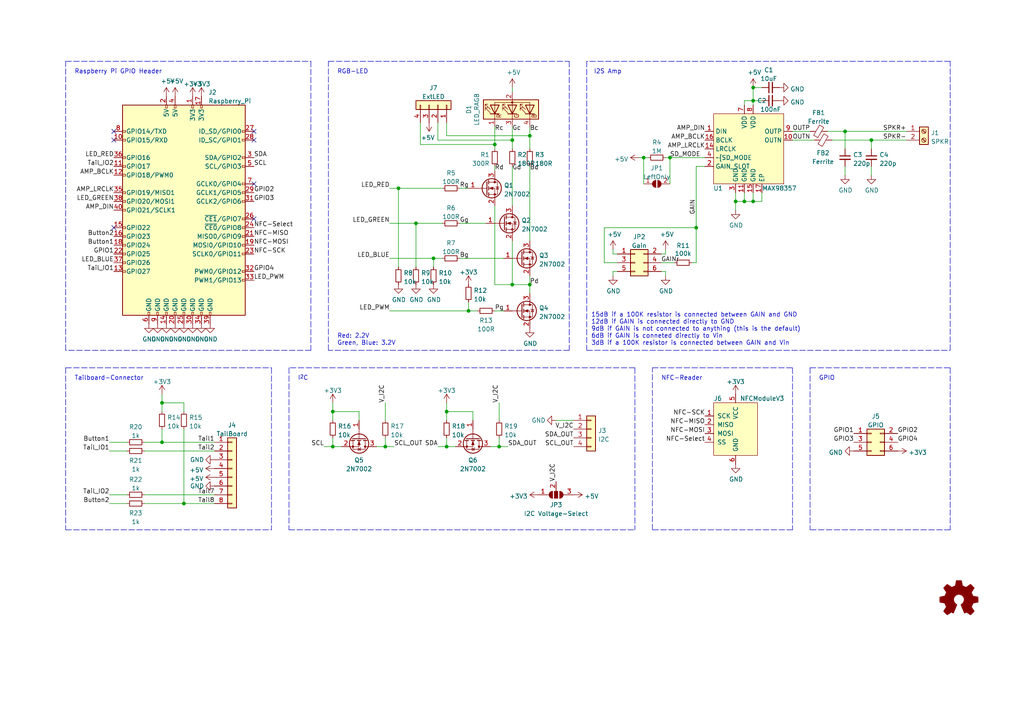
<source format=kicad_sch>
(kicad_sch (version 20211123) (generator eeschema)
  (paper "A4")
  (title_block (title "BloopBox Mainboard") (date "2022-12-01") (rev "1.0") (company "Qetesh"))
  (lib_symbols
    (symbol "Connector:Raspberry_Pi_2_3" (pin_names (offset 1.016))
      (property "Reference" "J" (at -17.78 31.75 0))
      (property "Value" "Raspberry_Pi_2_3" (at 10.16 -31.75 0))
      (symbol "Raspberry_Pi_2_3_1_1"
        (pin power_in line (at 2.54 33.02 270) (length 2.54) (name "3V3") (number "1"))
        (pin bidirectional line (at -20.32 20.32 0) (length 2.54) (name "GPIO15/RXD") (number "10"))
        (pin bidirectional line (at -20.32 12.7 0) (length 2.54) (name "GPIO17") (number "11"))
        (pin bidirectional line (at -20.32 10.16 0) (length 2.54) (name "GPIO18/PWM0") (number "12"))
        (pin bidirectional line (at -20.32 -17.78 0) (length 2.54) (name "GPIO27") (number "13"))
        (pin power_in line (at -5.08 -33.02 90) (length 2.54) (name "GND") (number "14"))
        (pin bidirectional line (at -20.32 -5.08 0) (length 2.54) (name "GPIO22") (number "15"))
        (pin bidirectional line (at -20.32 -7.62 0) (length 2.54) (name "GPIO23") (number "16"))
        (pin power_in line (at 5.08 33.02 270) (length 2.54) (name "3V3") (number "17"))
        (pin bidirectional line (at -20.32 -10.16 0) (length 2.54) (name "GPIO24") (number "18"))
        (pin bidirectional line (at 20.32 -10.16 180) (length 2.54) (name "MOSI0/GPIO10") (number "19"))
        (pin power_in line (at -5.08 33.02 270) (length 2.54) (name "5V") (number "2"))
        (pin power_in line (at -2.54 -33.02 90) (length 2.54) (name "GND") (number "20"))
        (pin bidirectional line (at 20.32 -7.62 180) (length 2.54) (name "MISO0/GPIO9") (number "21"))
        (pin bidirectional line (at -20.32 -12.7 0) (length 2.54) (name "GPIO25") (number "22"))
        (pin bidirectional line (at 20.32 -12.7 180) (length 2.54) (name "SCLK0/GPIO11") (number "23"))
        (pin bidirectional line (at 20.32 -5.08 180) (length 2.54) (name "~{CE0}/GPIO8") (number "24"))
        (pin power_in line (at 0 -33.02 90) (length 2.54) (name "GND") (number "25"))
        (pin bidirectional line (at 20.32 -2.54 180) (length 2.54) (name "~{CE1}/GPIO7") (number "26"))
        (pin bidirectional line (at 20.32 22.86 180) (length 2.54) (name "ID_SD/GPIO0") (number "27"))
        (pin bidirectional line (at 20.32 20.32 180) (length 2.54) (name "ID_SC/GPIO1") (number "28"))
        (pin bidirectional line (at 20.32 5.08 180) (length 2.54) (name "GCLK1/GPIO5") (number "29"))
        (pin bidirectional line (at 20.32 15.24 180) (length 2.54) (name "SDA/GPIO2") (number "3"))
        (pin power_in line (at 2.54 -33.02 90) (length 2.54) (name "GND") (number "30"))
        (pin bidirectional line (at 20.32 2.54 180) (length 2.54) (name "GCLK2/GPIO6") (number "31"))
        (pin bidirectional line (at 20.32 -17.78 180) (length 2.54) (name "PWM0/GPIO12") (number "32"))
        (pin bidirectional line (at 20.32 -20.32 180) (length 2.54) (name "PWM1/GPIO13") (number "33"))
        (pin power_in line (at 5.08 -33.02 90) (length 2.54) (name "GND") (number "34"))
        (pin bidirectional line (at -20.32 5.08 0) (length 2.54) (name "GPIO19/MISO1") (number "35"))
        (pin bidirectional line (at -20.32 15.24 0) (length 2.54) (name "GPIO16") (number "36"))
        (pin bidirectional line (at -20.32 -15.24 0) (length 2.54) (name "GPIO26") (number "37"))
        (pin bidirectional line (at -20.32 2.54 0) (length 2.54) (name "GPIO20/MOSI1") (number "38"))
        (pin power_in line (at 7.62 -33.02 90) (length 2.54) (name "GND") (number "39"))
        (pin power_in line (at -2.54 33.02 270) (length 2.54) (name "5V") (number "4"))
        (pin bidirectional line (at -20.32 0 0) (length 2.54) (name "GPIO21/SCLK1") (number "40"))
        (pin bidirectional line (at 20.32 12.7 180) (length 2.54) (name "SCL/GPIO3") (number "5"))
        (pin power_in line (at -10.16 -33.02 90) (length 2.54) (name "GND") (number "6"))
        (pin bidirectional line (at 20.32 7.62 180) (length 2.54) (name "GCLK0/GPIO4") (number "7"))
        (pin bidirectional line (at -20.32 22.86 0) (length 2.54) (name "GPIO14/TXD") (number "8"))
        (pin power_in line (at -7.62 -33.02 90) (length 2.54) (name "GND") (number "9"))
      )
    )
    (symbol "Connector:Screw_Terminal_01x02" (pin_names (offset 1.016) hide)
      (property "Reference" "J" (at 0 2.54 0))
      (property "Value" "Screw_Terminal_01x02" (at 0 -5.08 0))
      (symbol "Screw_Terminal_01x02_1_1"
        (pin passive line (at -5.08 0 0) (length 3.81) (name "Pin_1") (number "1"))
        (pin passive line (at -5.08 -2.54 0) (length 3.81) (name "Pin_2") (number "2"))
      )
    )
    (symbol "Connector_Generic:Conn_01x04" (pin_names (offset 1.016) hide)
      (property "Reference" "J" (at 0 5.08 0))
      (property "Value" "Conn_01x04" (at 0 -7.62 0))
      (symbol "Conn_01x04_1_1"
        (pin passive line (at -5.08 2.54 0) (length 3.81) (name "Pin_1") (number "1"))
        (pin passive line (at -5.08 0 0) (length 3.81) (name "Pin_2") (number "2"))
        (pin passive line (at -5.08 -2.54 0) (length 3.81) (name "Pin_3") (number "3"))
        (pin passive line (at -5.08 -5.08 0) (length 3.81) (name "Pin_4") (number "4"))
      )
    )
    (symbol "Connector_Generic:Conn_01x08" (pin_names (offset 1.016) hide)
      (property "Reference" "J" (at 0 10.16 0))
      (property "Value" "Conn_01x08" (at 0 -12.7 0))
      (symbol "Conn_01x08_1_1"
        (pin passive line (at -5.08 7.62 0) (length 3.81) (name "Pin_1") (number "1"))
        (pin passive line (at -5.08 5.08 0) (length 3.81) (name "Pin_2") (number "2"))
        (pin passive line (at -5.08 2.54 0) (length 3.81) (name "Pin_3") (number "3"))
        (pin passive line (at -5.08 0 0) (length 3.81) (name "Pin_4") (number "4"))
        (pin passive line (at -5.08 -2.54 0) (length 3.81) (name "Pin_5") (number "5"))
        (pin passive line (at -5.08 -5.08 0) (length 3.81) (name "Pin_6") (number "6"))
        (pin passive line (at -5.08 -7.62 0) (length 3.81) (name "Pin_7") (number "7"))
        (pin passive line (at -5.08 -10.16 0) (length 3.81) (name "Pin_8") (number "8"))
      )
    )
    (symbol "Connector_Generic:Conn_02x03_Odd_Even" (pin_names (offset 1.016) hide)
      (property "Reference" "J" (at 1.27 5.08 0))
      (property "Value" "Conn_02x03_Odd_Even" (at 1.27 -5.08 0))
      (symbol "Conn_02x03_Odd_Even_1_1"
        (pin passive line (at -5.08 2.54 0) (length 3.81) (name "Pin_1") (number "1"))
        (pin passive line (at 7.62 2.54 180) (length 3.81) (name "Pin_2") (number "2"))
        (pin passive line (at -5.08 0 0) (length 3.81) (name "Pin_3") (number "3"))
        (pin passive line (at 7.62 0 180) (length 3.81) (name "Pin_4") (number "4"))
        (pin passive line (at -5.08 -2.54 0) (length 3.81) (name "Pin_5") (number "5"))
        (pin passive line (at 7.62 -2.54 180) (length 3.81) (name "Pin_6") (number "6"))
      )
    )
    (symbol "Device:C_Small" (pin_numbers hide) (pin_names (offset 0.254) hide)
      (property "Reference" "C" (at 0.254 1.778 0))
      (property "Value" "C_Small" (at 0.254 -2.032 0))
      (symbol "C_Small_1_1"
        (pin passive line (at 0 2.54 270) (length 2.032) (name "~") (number "1"))
        (pin passive line (at 0 -2.54 90) (length 2.032) (name "~") (number "2"))
      )
    )
    (symbol "Device:FerriteBead_Small" (pin_numbers hide) (pin_names (offset 0))
      (property "Reference" "FB" (at 1.905 1.27 0))
      (property "Value" "FerriteBead_Small" (at 1.905 -1.27 0))
      (symbol "FerriteBead_Small_1_1"
        (pin passive line (at 0 2.54 270) (length 1.27) (name "~") (number "1"))
        (pin passive line (at 0 -2.54 90) (length 1.27) (name "~") (number "2"))
      )
    )
    (symbol "Device:LED_RAGB" (pin_names (offset 0) hide)
      (property "Reference" "D" (at 0 9.398 0))
      (property "Value" "LED_RAGB" (at 0 -8.89 0))
      (symbol "LED_RAGB_0_0"
        (text "B" (at -1.905 -6.35 0) (effects (font (size 1.27 1.27))))
        (text "G" (at -1.905 -1.27 0) (effects (font (size 1.27 1.27))))
        (text "R" (at -1.905 3.81 0) (effects (font (size 1.27 1.27))))
      )
      (symbol "LED_RAGB_1_1"
        (pin passive line (at -5.08 5.08 0) (length 2.54) (name "RK") (number "1"))
        (pin passive line (at 5.08 0 180) (length 2.54) (name "A") (number "2"))
        (pin passive line (at -5.08 0 0) (length 2.54) (name "GK") (number "3"))
        (pin passive line (at -5.08 -5.08 0) (length 2.54) (name "BK") (number "4"))
      )
    )
    (symbol "Device:R_Small" (pin_numbers hide) (pin_names (offset 0.254) hide)
      (property "Reference" "R" (at 0.762 0.508 0))
      (property "Value" "R_Small" (at 0.762 -1.016 0))
      (symbol "R_Small_1_1"
        (pin passive line (at 0 2.54 270) (length 0.762) (name "~") (number "1"))
        (pin passive line (at 0 -2.54 90) (length 0.762) (name "~") (number "2"))
      )
    )
    (symbol "Graphic:Logo_Open_Hardware_Small" (pin_names (offset 1.016)))
    (symbol "Jumper:SolderJumper_2_Open" (pin_names (offset 0) hide)
      (property "Reference" "JP" (at 0 2.032 0))
      (property "Value" "SolderJumper_2_Open" (at 0 -2.54 0))
      (symbol "SolderJumper_2_Open_1_1"
        (pin passive line (at -3.81 0 0) (length 2.54) (name "A") (number "1"))
        (pin passive line (at 3.81 0 180) (length 2.54) (name "B") (number "2"))
      )
    )
    (symbol "Jumper:SolderJumper_3_Open" (pin_names (offset 0) hide)
      (property "Reference" "JP" (at -2.54 -2.54 0))
      (property "Value" "SolderJumper_3_Open" (at 0 2.794 0))
      (symbol "SolderJumper_3_Open_1_1"
        (pin passive line (at -5.08 0 0) (length 2.54) (name "A") (number "1"))
        (pin passive line (at 0 -3.81 90) (length 2.54) (name "C") (number "2"))
        (pin passive line (at 5.08 0 180) (length 2.54) (name "B") (number "3"))
      )
    )
    (symbol "My_Symbols:MAX98357"
      (property "Reference" "U" (at 0 0 0))
      (property "Value" "MAX98357" (at 0 0 0))
      (symbol "MAX98357_1_1"
        (pin input line (at -12.7 -8.89 0) (length 2.54) (name "DIN") (number "1"))
        (pin output line (at 12.7 -11.43 180) (length 2.54) (name "OUTN") (number "10"))
        (pin power_in line (at -1.27 -26.67 90) (length 2.54) (name "GND") (number "11"))
        (pin no_connect line (at 12.7 -19.05 180) (length 2.54) hide (name "N/C") (number "12"))
        (pin no_connect line (at 12.7 -21.59 180) (length 2.54) hide (name "N/C") (number "13"))
        (pin input line (at -12.7 -13.97 0) (length 2.54) (name "LRCLK") (number "14"))
        (pin power_in line (at 1.27 -26.67 90) (length 2.54) (name "GND") (number "15"))
        (pin input line (at -12.7 -11.43 0) (length 2.54) (name "BCLK") (number "16"))
        (pin free line (at 3.81 -26.67 90) (length 2.54) (name "EP") (number "17"))
        (pin input line (at -12.7 -19.05 0) (length 2.54) (name "GAIN_SLOT") (number "2"))
        (pin power_in line (at -3.81 -26.67 90) (length 2.54) (name "GND") (number "3"))
        (pin input line (at -12.7 -16.51 0) (length 2.54) (name "~{SD_MODE") (number "4"))
        (pin no_connect line (at 12.7 -13.97 180) (length 2.54) hide (name "N/C") (number "5"))
        (pin no_connect line (at 12.7 -16.51 180) (length 2.54) hide (name "N/C") (number "6"))
        (pin power_in line (at -1.27 -1.27 270) (length 2.54) (name "VDD") (number "7"))
        (pin power_in line (at 1.27 -1.27 270) (length 2.54) (name "VDD") (number "8"))
        (pin output line (at 12.7 -8.89 180) (length 2.54) (name "OUTP") (number "9"))
      )
    )
    (symbol "My_Symbols:NFCModuleV3-RF_Module" (pin_names (offset 1.016))
      (property "Reference" "U2" (at -6.35 -1.27 0))
      (property "Value" "NFCModuleV3-RF_Module" (at 1.27 -1.27 0))
      (symbol "NFCModuleV3-RF_Module_1_1"
        (pin input line (at -8.89 -6.35 0) (length 2.54) (name "SCK") (number "1"))
        (pin output line (at -8.89 -8.89 0) (length 2.54) (name "MISO") (number "2"))
        (pin input line (at -8.89 -11.43 0) (length 2.54) (name "MOSI") (number "3"))
        (pin input line (at -8.89 -13.97 0) (length 2.54) (name "SS") (number "4"))
        (pin input line (at 0 0 270) (length 2.54) (name "VCC") (number "5"))
        (pin input line (at 0 -20.32 90) (length 2.54) (name "GND") (number "6"))
      )
    )
    (symbol "Transistor_FET:2N7002" (pin_names hide)
      (property "Reference" "Q" (at 5.08 1.905 0))
      (property "Value" "2N7002" (at 5.08 0 0))
      (symbol "2N7002_1_1"
        (pin input line (at -5.08 0 0) (length 2.54) (name "G") (number "1"))
        (pin passive line (at 2.54 -5.08 90) (length 2.54) (name "S") (number "2"))
        (pin passive line (at 2.54 5.08 270) (length 2.54) (name "D") (number "3"))
      )
    )
    (symbol "power:+3V3" (power) (pin_names (offset 0))
      (property "Value" "+3V3" (at 0 3.556 0))
      (symbol "+3V3_1_1"
        (pin power_in line (at 0 0 90) (length 0) hide (name "+3V3") (number "1"))
      )
    )
    (symbol "power:+5V" (power) (pin_names (offset 0))
      (property "Value" "+5V" (at 0 3.556 0))
      (symbol "+5V_1_1"
        (pin power_in line (at 0 0 90) (length 0) hide (name "+5V") (number "1"))
      )
    )
    (symbol "power:GND" (power) (pin_names (offset 0))
      (property "Value" "GND" (at 0 -3.81 0))
      (symbol "GND_1_1"
        (pin power_in line (at 0 0 270) (length 0) hide (name "GND") (number "1"))
      )
    )
    (symbol "power:PWR_FLAG" (power) (pin_numbers hide) (pin_names (offset 0) hide)
      (property "Value" "PWR_FLAG" (at 0 3.81 0))
      (symbol "PWR_FLAG_0_0"
        (pin power_out line (at 0 0 90) (length 0) (name "pwr") (number "1"))
      )
    )
  )
  (junction (at 218.44 25.4))
  (junction (at 215.9 58.42))
  (junction (at 46.99 116.84))
  (junction (at 218.44 58.42))
  (junction (at 96.52 129.54))
  (junction (at 129.54 129.54))
  (junction (at 115.57 54.61))
  (junction (at 129.54 119.38))
  (junction (at 135.89 90.17))
  (junction (at 245.11 38.1))
  (junction (at 96.52 119.38))
  (junction (at 218.44 29.21))
  (junction (at 53.34 146.05))
  (junction (at 153.67 39.37))
  (junction (at 148.59 82.55))
  (junction (at 186.69 45.72))
  (junction (at 148.59 40.64))
  (junction (at 125.73 74.93))
  (junction (at 213.36 58.42))
  (junction (at 143.51 41.91))
  (junction (at 252.73 40.64))
  (junction (at 144.78 129.54))
  (junction (at 201.93 66.04))
  (junction (at 111.76 129.54))
  (junction (at 194.31 45.72))
  (junction (at 153.67 82.55))
  (junction (at 46.99 128.27))
  (junction (at 120.65 64.77))
  (no_connect (at 33.02 66.04))
  (no_connect (at 73.66 63.5))
  (no_connect (at 73.66 53.34))
  (no_connect (at 33.02 38.1))
  (no_connect (at 33.02 40.64))
  (no_connect (at 73.66 40.64))
  (no_connect (at 73.66 38.1))
  (polyline (pts (xy 189.23 153.67) (xy 189.23 106.68)))
  (polyline (pts (xy 229.87 153.67) (xy 189.23 153.67)))
  (polyline (pts (xy 229.87 106.68) (xy 229.87 153.67)))
  (wire (pts (xy 46.99 114.3) (xy 46.99 116.84)))
  (polyline (pts (xy 95.25 17.78) (xy 165.1 17.78)))
  (polyline (pts (xy 275.59 17.78) (xy 170.18 17.78)))
  (wire (pts (xy 175.26 76.2) (xy 175.26 66.04)))
  (wire (pts (xy 218.44 29.21) (xy 218.44 30.48)))
  (wire (pts (xy 148.59 69.85) (xy 148.59 82.55)))
  (polyline (pts (xy 189.23 106.68) (xy 229.87 106.68)))
  (wire (pts (xy 218.44 55.88) (xy 218.44 58.42)))
  (wire (pts (xy 191.77 73.66) (xy 193.04 73.66)))
  (wire (pts (xy 111.76 129.54) (xy 114.3 129.54)))
  (wire (pts (xy 133.35 64.77) (xy 140.97 64.77)))
  (wire (pts (xy 129.54 35.56) (xy 129.54 39.37)))
  (wire (pts (xy 213.36 55.88) (xy 213.36 58.42)))
  (wire (pts (xy 252.73 48.26) (xy 252.73 50.8)))
  (wire (pts (xy 179.07 73.66) (xy 177.8 73.66)))
  (wire (pts (xy 127 35.56) (xy 127 40.64)))
  (wire (pts (xy 143.51 82.55) (xy 148.59 82.55)))
  (wire (pts (xy 41.91 130.81) (xy 62.23 130.81)))
  (polyline (pts (xy 170.18 101.6) (xy 275.59 101.6)))
  (wire (pts (xy 148.59 40.64) (xy 148.59 43.18)))
  (wire (pts (xy 46.99 128.27) (xy 62.23 128.27)))
  (wire (pts (xy 215.9 29.21) (xy 218.44 29.21)))
  (wire (pts (xy 215.9 30.48) (xy 215.9 29.21)))
  (wire (pts (xy 201.93 66.04) (xy 201.93 76.2)))
  (wire (pts (xy 252.73 40.64) (xy 262.89 40.64)))
  (wire (pts (xy 113.03 74.93) (xy 125.73 74.93)))
  (wire (pts (xy 185.42 45.72) (xy 186.69 45.72)))
  (wire (pts (xy 120.65 64.77) (xy 128.27 64.77)))
  (wire (pts (xy 220.98 58.42) (xy 220.98 55.88)))
  (wire (pts (xy 148.59 25.4) (xy 148.59 26.67)))
  (wire (pts (xy 144.78 129.54) (xy 147.32 129.54)))
  (polyline (pts (xy 165.1 101.6) (xy 95.25 101.6)))
  (wire (pts (xy 53.34 119.38) (xy 53.34 116.84)))
  (wire (pts (xy 138.43 90.17) (xy 135.89 90.17)))
  (wire (pts (xy 113.03 54.61) (xy 115.57 54.61)))
  (wire (pts (xy 229.87 38.1) (xy 234.95 38.1)))
  (wire (pts (xy 111.76 116.84) (xy 111.76 121.92)))
  (polyline (pts (xy 165.1 17.78) (xy 165.1 101.6)))
  (wire (pts (xy 115.57 54.61) (xy 128.27 54.61)))
  (wire (pts (xy 133.35 74.93) (xy 146.05 74.93)))
  (wire (pts (xy 111.76 129.54) (xy 111.76 127)))
  (wire (pts (xy 144.78 116.84) (xy 144.78 121.92)))
  (wire (pts (xy 252.73 40.64) (xy 252.73 43.18)))
  (wire (pts (xy 53.34 116.84) (xy 46.99 116.84)))
  (polyline (pts (xy 90.17 17.78) (xy 90.17 101.6)))
  (polyline (pts (xy 19.05 153.67) (xy 78.74 153.67)))
  (wire (pts (xy 186.69 45.72) (xy 187.96 45.72)))
  (wire (pts (xy 241.3 40.64) (xy 252.73 40.64)))
  (wire (pts (xy 245.11 38.1) (xy 245.11 43.18)))
  (wire (pts (xy 132.08 129.54) (xy 129.54 129.54)))
  (wire (pts (xy 144.78 129.54) (xy 144.78 127)))
  (wire (pts (xy 143.51 59.69) (xy 143.51 82.55)))
  (wire (pts (xy 113.03 90.17) (xy 135.89 90.17)))
  (wire (pts (xy 143.51 41.91) (xy 143.51 36.83)))
  (polyline (pts (xy 19.05 17.78) (xy 90.17 17.78)))
  (wire (pts (xy 121.92 35.56) (xy 121.92 41.91)))
  (wire (pts (xy 104.14 119.38) (xy 96.52 119.38)))
  (wire (pts (xy 137.16 121.92) (xy 137.16 119.38)))
  (wire (pts (xy 175.26 66.04) (xy 201.93 66.04)))
  (wire (pts (xy 137.16 119.38) (xy 129.54 119.38)))
  (polyline (pts (xy 78.74 106.68) (xy 78.74 153.67)))
  (wire (pts (xy 96.52 119.38) (xy 96.52 121.92)))
  (wire (pts (xy 143.51 43.18) (xy 143.51 41.91)))
  (polyline (pts (xy 275.59 101.6) (xy 275.59 17.78)))
  (wire (pts (xy 177.8 78.74) (xy 177.8 80.01)))
  (polyline (pts (xy 95.25 101.6) (xy 95.25 17.78)))
  (wire (pts (xy 193.04 45.72) (xy 194.31 45.72)))
  (wire (pts (xy 229.87 40.64) (xy 236.22 40.64)))
  (polyline (pts (xy 275.59 153.67) (xy 234.95 153.67)))
  (wire (pts (xy 109.22 129.54) (xy 111.76 129.54)))
  (polyline (pts (xy 184.15 106.68) (xy 83.82 106.68)))
  (polyline (pts (xy 90.17 101.6) (xy 19.05 101.6)))
  (wire (pts (xy 127 40.64) (xy 148.59 40.64)))
  (wire (pts (xy 194.31 53.34) (xy 194.31 45.72)))
  (wire (pts (xy 201.93 48.26) (xy 201.93 66.04)))
  (wire (pts (xy 31.75 130.81) (xy 36.83 130.81)))
  (wire (pts (xy 193.04 78.74) (xy 193.04 80.01)))
  (wire (pts (xy 113.03 64.77) (xy 120.65 64.77)))
  (polyline (pts (xy 234.95 106.68) (xy 275.59 106.68)))
  (wire (pts (xy 201.93 48.26) (xy 204.47 48.26)))
  (wire (pts (xy 135.89 90.17) (xy 135.89 87.63)))
  (wire (pts (xy 153.67 82.55) (xy 153.67 85.09)))
  (wire (pts (xy 245.11 48.26) (xy 245.11 50.8)))
  (wire (pts (xy 125.73 77.47) (xy 125.73 74.93)))
  (wire (pts (xy 186.69 45.72) (xy 186.69 53.34)))
  (wire (pts (xy 46.99 116.84) (xy 46.99 119.38)))
  (wire (pts (xy 41.91 128.27) (xy 46.99 128.27)))
  (wire (pts (xy 153.67 48.26) (xy 153.67 69.85)))
  (wire (pts (xy 161.29 121.92) (xy 166.37 121.92)))
  (wire (pts (xy 218.44 25.4) (xy 218.44 29.21)))
  (wire (pts (xy 148.59 82.55) (xy 153.67 82.55)))
  (wire (pts (xy 240.03 38.1) (xy 245.11 38.1)))
  (wire (pts (xy 193.04 73.66) (xy 193.04 72.39)))
  (wire (pts (xy 41.91 143.51) (xy 62.23 143.51)))
  (wire (pts (xy 129.54 39.37) (xy 153.67 39.37)))
  (wire (pts (xy 153.67 80.01) (xy 153.67 82.55)))
  (wire (pts (xy 93.98 129.54) (xy 96.52 129.54)))
  (polyline (pts (xy 83.82 153.67) (xy 184.15 153.67)))
  (polyline (pts (xy 19.05 106.68) (xy 78.74 106.68)))
  (wire (pts (xy 31.75 143.51) (xy 36.83 143.51)))
  (wire (pts (xy 129.54 129.54) (xy 129.54 127)))
  (wire (pts (xy 177.8 73.66) (xy 177.8 72.39)))
  (wire (pts (xy 148.59 36.83) (xy 148.59 40.64)))
  (wire (pts (xy 120.65 77.47) (xy 120.65 64.77)))
  (polyline (pts (xy 170.18 17.78) (xy 170.18 101.6)))
  (wire (pts (xy 218.44 29.21) (xy 220.98 29.21)))
  (wire (pts (xy 218.44 25.4) (xy 220.98 25.4)))
  (wire (pts (xy 153.67 39.37) (xy 153.67 43.18)))
  (polyline (pts (xy 19.05 106.68) (xy 19.05 153.67)))
  (wire (pts (xy 31.75 146.05) (xy 36.83 146.05)))
  (wire (pts (xy 125.73 74.93) (xy 128.27 74.93)))
  (wire (pts (xy 213.36 58.42) (xy 213.36 60.96)))
  (wire (pts (xy 218.44 58.42) (xy 220.98 58.42)))
  (wire (pts (xy 129.54 116.84) (xy 129.54 119.38)))
  (wire (pts (xy 46.99 124.46) (xy 46.99 128.27)))
  (wire (pts (xy 143.51 90.17) (xy 146.05 90.17)))
  (wire (pts (xy 53.34 124.46) (xy 53.34 146.05)))
  (wire (pts (xy 191.77 76.2) (xy 195.58 76.2)))
  (wire (pts (xy 127 129.54) (xy 129.54 129.54)))
  (polyline (pts (xy 234.95 106.68) (xy 234.95 153.67)))
  (wire (pts (xy 194.31 45.72) (xy 204.47 45.72)))
  (wire (pts (xy 99.06 129.54) (xy 96.52 129.54)))
  (wire (pts (xy 133.35 54.61) (xy 135.89 54.61)))
  (wire (pts (xy 104.14 121.92) (xy 104.14 119.38)))
  (polyline (pts (xy 184.15 106.68) (xy 184.15 153.67)))
  (wire (pts (xy 148.59 48.26) (xy 148.59 59.69)))
  (wire (pts (xy 153.67 36.83) (xy 153.67 39.37)))
  (polyline (pts (xy 19.05 101.6) (xy 19.05 17.78)))
  (wire (pts (xy 143.51 48.26) (xy 143.51 49.53)))
  (wire (pts (xy 245.11 38.1) (xy 262.89 38.1)))
  (wire (pts (xy 115.57 77.47) (xy 115.57 54.61)))
  (wire (pts (xy 215.9 58.42) (xy 218.44 58.42)))
  (wire (pts (xy 96.52 129.54) (xy 96.52 127)))
  (wire (pts (xy 41.91 146.05) (xy 53.34 146.05)))
  (polyline (pts (xy 275.59 106.68) (xy 275.59 153.67)))
  (wire (pts (xy 200.66 76.2) (xy 201.93 76.2)))
  (wire (pts (xy 179.07 76.2) (xy 175.26 76.2)))
  (polyline (pts (xy 83.82 106.68) (xy 83.82 153.67)))
  (wire (pts (xy 179.07 78.74) (xy 177.8 78.74)))
  (wire (pts (xy 215.9 55.88) (xy 215.9 58.42)))
  (wire (pts (xy 31.75 128.27) (xy 36.83 128.27)))
  (wire (pts (xy 142.24 129.54) (xy 144.78 129.54)))
  (wire (pts (xy 191.77 78.74) (xy 193.04 78.74)))
  (wire (pts (xy 53.34 146.05) (xy 62.23 146.05)))
  (wire (pts (xy 213.36 58.42) (xy 215.9 58.42)))
  (wire (pts (xy 96.52 116.84) (xy 96.52 119.38)))
  (wire (pts (xy 129.54 119.38) (xy 129.54 121.92)))
  (wire (pts (xy 121.92 41.91) (xy 143.51 41.91)))
  (text "I^{2}C" (at 86.36 110.49 0) (effects (font (size 1.27 1.27)) (justify left bottom)))
  (text "Raspberry Pi GPIO Header" (at 21.59 21.59 0) (effects (font (size 1.27 1.27)) (justify left bottom)))
  (text "GPIO" (at 237.49 110.49 0) (effects (font (size 1.27 1.27)) (justify left bottom)))
  (text "I2S Amp" (at 180.34 21.59 180) (effects (font (size 1.27 1.27)) (justify right bottom)))
  (text "RGB-LED" (at 97.79 21.59 0) (effects (font (size 1.27 1.27)) (justify left bottom)))
  (text "Red: 2.2V\nGreen, Blue: 3.2V" (at 97.79 100.33 0) (effects (font (size 1.27 1.27)) (justify left bottom)))
  (text "Tailboard-Connector" (at 21.59 110.49 0) (effects (font (size 1.27 1.27)) (justify left bottom)))
  (text "15dB if a 100K resistor is connected between GAIN and GND\n12dB if GAIN is connected directly to GND\n9dB if GAIN is not connected to anything (this is the default)\n6dB if GAIN is conneted directly to Vin\n3dB if a 100K resistor is connected between GAIN and Vin\n" (at 171.45 100.33 0) (effects (font (size 1.27 1.27)) (justify left bottom)))
  (text "NFC-Reader" (at 191.77 110.49 0) (effects (font (size 1.27 1.27)) (justify left bottom)))
  (label "Tail_IO1" (at 33.02 78.74 180))
  (label "LED_PWM" (at 73.66 81.28 0))
  (label "GPIO4" (at 260.35 128.27 0))
  (label "SDA" (at 73.66 45.72 0))
  (label "LED_GREEN" (at 33.02 58.42 180))
  (label "GPIO1" (at 247.65 125.73 180))
  (label "NFC-MISO" (at 204.47 123.19 180))
  (label "Bc" (at 153.67 38.1 0))
  (label "Rd" (at 143.51 49.53 0))
  (label "GAINr" (at 191.77 76.2 0))
  (label "NFC-MOSI" (at 204.47 125.73 180))
  (label "GAIN" (at 201.93 62.23 90))
  (label "NFC-MOSI" (at 73.66 71.12 0))
  (label "AMP_DIN" (at 33.02 60.96 180))
  (label "NFC-MISO" (at 73.66 68.58 0))
  (label "Tail_IO2" (at 33.02 48.26 180))
  (label "V_I2C" (at 111.76 116.84 90))
  (label "Tail2" (at 62.23 130.81 180))
  (label "Rc" (at 143.51 38.1 0))
  (label "SCL" (at 93.98 129.54 180))
  (label "SDA_OUT" (at 166.37 127 180))
  (label "SCL" (at 73.66 48.26 0))
  (label "Tail_IO1" (at 31.75 130.81 180))
  (label "LED_PWM" (at 113.03 90.17 180))
  (label "LED_BLUE" (at 33.02 76.2 180))
  (label "Pd" (at 153.67 82.55 0))
  (label "Bg" (at 133.35 74.93 0))
  (label "SCL_OUT" (at 166.37 129.54 180))
  (label "Button1" (at 33.02 71.12 180))
  (label "Button2" (at 33.02 68.58 180))
  (label "GPIO1" (at 33.02 73.66 180))
  (label "AMP_LRCLK" (at 204.47 43.18 180))
  (label "AMP_DIN" (at 204.47 38.1 180))
  (label "NFC-Select" (at 73.66 66.04 0))
  (label "Gg" (at 133.35 64.77 0))
  (label "Button1" (at 31.75 128.27 180))
  (label "SPKR-" (at 262.89 40.64 180))
  (label "GPIO4" (at 73.66 78.74 0))
  (label "NFC-Select" (at 204.47 128.27 180))
  (label "SPKR+" (at 262.89 38.1 180))
  (label "Tail1" (at 62.23 128.27 180))
  (label "LED_GREEN" (at 113.03 64.77 180))
  (label "LED_RED" (at 113.03 54.61 180))
  (label "Tail8" (at 62.23 146.05 180))
  (label "Pg" (at 143.51 90.17 0))
  (label "SDA" (at 127 129.54 180))
  (label "OUTP" (at 229.87 38.1 0))
  (label "NFC-SCK" (at 204.47 120.65 180))
  (label "Gd" (at 148.59 49.53 0))
  (label "AMP_LRCLK" (at 33.02 55.88 180))
  (label "OUTN" (at 229.87 40.64 0))
  (label "AMP_BCLK" (at 204.47 40.64 180))
  (label "AMP_BCLK" (at 33.02 50.8 180))
  (label "V_I2C" (at 144.78 116.84 90))
  (label "Tail_IO2" (at 31.75 143.51 180))
  (label "GPIO2" (at 73.66 55.88 0))
  (label "NFC-SCK" (at 73.66 73.66 0))
  (label "LED_BLUE" (at 113.03 74.93 180))
  (label "SD_MODE" (at 194.31 45.72 0))
  (label "V_I2C" (at 161.29 139.7 90))
  (label "Rg" (at 133.35 54.61 0))
  (label "GPIO2" (at 260.35 125.73 0))
  (label "Tail7" (at 62.23 143.51 180))
  (label "Gc" (at 148.59 38.1 0))
  (label "LED_RED" (at 33.02 45.72 180))
  (label "Bd" (at 153.67 49.53 0))
  (label "SDA_OUT" (at 147.32 129.54 0))
  (label "GPIO3" (at 73.66 58.42 0))
  (label "Button2" (at 31.75 146.05 180))
  (label "V_I2C" (at 166.37 124.46 180))
  (label "GPIO3" (at 247.65 128.27 180))
  (label "SCL_OUT" (at 114.3 129.54 0))
  (symbol (lib_id "Device:R_Small") (at 148.59 45.72 0) (unit 1)
    (property "Reference" "R2" (at 150.0886 44.8853 0) (effects (justify left)))
    (property "Value" "180R" (at 150.0886 47.4222 0) (effects (justify left)))
    (property "Footprint" "Resistor_SMD:R_0603_1608Metric" (effects hide))
    (property "LCSC" "C22828" (effects hide))
  )
  (symbol (lib_id "Jumper:SolderJumper_3_Open") (at 161.29 143.51 0) (mirror x) (unit 1)
    (property "Reference" "JP3" (at 161.29 146.4294 0))
    (property "Value" "I2C Voltage-Select" (at 161.29 148.9663 0))
    (property "Footprint" "Jumper:SolderJumper-3_P1.3mm_Open_RoundedPad1.0x1.5mm" (effects hide))
  )
  (symbol (lib_id "Device:R_Small") (at 135.89 85.09 180) (unit 1)
    (property "Reference" "R12" (at 137.3886 84.2553 0) (effects (justify right)))
    (property "Value" "10k" (at 137.3886 86.7922 0) (effects (justify right)))
    (property "Footprint" "Resistor_SMD:R_0402_1005Metric" (effects hide))
    (property "LCSC" "C25794" (effects hide))
  )
  (symbol (lib_id "Transistor_FET:2N7002") (at 151.13 90.17 0) (unit 1)
    (property "Reference" "Q4" (at 156.337 89.3353 0) (effects (justify left)))
    (property "Value" "2N7002" (at 156.337 91.8722 0) (effects (justify left)))
    (property "Footprint" "Package_TO_SOT_SMD:SOT-23" (effects hide))
    (property "Datasheet" "https://www.onsemi.com/pub/Collateral/NDS7002A-D.PDF" (effects hide))
    (property "LCSC" "C8545" (effects hide))
  )
  (symbol (lib_id "power:+5V") (at 218.44 25.4 0) (unit 1)
    (property "Reference" "#PWR02" (effects hide))
    (property "Value" "+5V" (at 218.821 21.0058 0))
  )
  (symbol (lib_id "Transistor_FET:2N7002") (at 140.97 54.61 0) (unit 1)
    (property "Reference" "Q1" (at 146.177 53.7753 0) (effects (justify left)))
    (property "Value" "2N7002" (at 146.177 56.3122 0) (effects (justify left)))
    (property "Footprint" "Package_TO_SOT_SMD:SOT-23" (effects hide))
    (property "Datasheet" "https://www.onsemi.com/pub/Collateral/NDS7002A-D.PDF" (effects hide))
    (property "LCSC" "C8545" (effects hide))
  )
  (symbol (lib_id "power:GND") (at 247.65 130.81 270) (unit 1)
    (property "Reference" "#PWR033" (effects hide))
    (property "Value" "GND" (at 244.4751 131.2438 90) (effects (justify right)))
  )
  (symbol (lib_id "power:GND") (at 120.65 82.55 0) (unit 1)
    (property "Reference" "#PWR014" (effects hide))
    (property "Value" "GND" (at 120.777 86.9442 0))
  )
  (symbol (lib_id "power:GND") (at 161.29 121.92 270) (unit 1)
    (property "Reference" "#PWR035" (effects hide))
    (property "Value" "GND" (at 156.21 121.92 90))
  )
  (symbol (lib_id "Device:R_Small") (at 125.73 80.01 180) (unit 1)
    (property "Reference" "R10" (at 127.2286 79.1753 0) (effects (justify right)))
    (property "Value" "10k" (at 127.2286 81.7122 0) (effects (justify right)))
    (property "Footprint" "Resistor_SMD:R_0402_1005Metric" (effects hide))
    (property "LCSC" "C25794" (effects hide))
  )
  (symbol (lib_id "Connector:Raspberry_Pi_2_3") (at 53.34 60.96 0) (unit 1)
    (property "Reference" "J2" (at 60.4394 26.7802 0) (effects (justify left)))
    (property "Value" "Raspberry_Pi" (at 60.4394 29.3171 0) (effects (justify left)))
    (property "Footprint" "Module:Raspberry_Pi_Zero_Socketed_THT_FaceDown_MountingHoles" (effects hide))
    (property "Datasheet" "https://www.raspberrypi.org/documentation/hardware/raspberrypi/schematics/rpi_SCH_3bplus_1p0_reduced.pdf" (effects hide))
    (property "LCSC" "C2977589" (effects hide))
  )
  (symbol (lib_id "Device:R_Small") (at 115.57 80.01 180) (unit 1)
    (property "Reference" "R8" (at 117.0686 79.1753 0) (effects (justify right)))
    (property "Value" "10k" (at 117.0686 81.7122 0) (effects (justify right)))
    (property "Footprint" "Resistor_SMD:R_0402_1005Metric" (effects hide))
    (property "LCSC" "C25794" (effects hide))
  )
  (symbol (lib_id "power:GND") (at 50.8 93.98 0) (unit 1)
    (property "Reference" "#PWR023" (effects hide))
    (property "Value" "GND" (at 50.927 98.3742 0))
  )
  (symbol (lib_id "Device:FerriteBead_Small") (at 238.76 40.64 90) (unit 1)
    (property "Reference" "FB2" (at 238.7219 44.3722 90))
    (property "Value" "Ferrite" (at 238.7219 46.9091 90))
    (property "Footprint" "Inductor_SMD:L_0805_2012Metric" (effects hide))
    (property "LCSC" "C1015" (effects hide))
  )
  (symbol (lib_id "power:GND") (at 58.42 93.98 0) (unit 1)
    (property "Reference" "#PWR026" (effects hide))
    (property "Value" "GND" (at 58.547 98.3742 0))
  )
  (symbol (lib_id "Device:R_Small") (at 129.54 124.46 180) (unit 1)
    (property "Reference" "R18" (at 131.0386 123.6253 0) (effects (justify right)))
    (property "Value" "10k" (at 131.0386 126.1622 0) (effects (justify right)))
    (property "Footprint" "Resistor_SMD:R_0402_1005Metric" (effects hide))
    (property "LCSC" "C25794" (effects hide))
  )
  (symbol (lib_id "power:GND") (at 62.23 140.97 270) (unit 1)
    (property "Reference" "#PWR034" (effects hide))
    (property "Value" "GND" (at 57.15 140.97 90))
  )
  (symbol (lib_id "power:+3V3") (at -21.59 182.88 0) (unit 1)
    (property "Reference" "#PWR0113" (effects hide))
    (property "Value" "+3V3" (at -21.59 179.3042 0))
  )
  (symbol (lib_id "Device:R_Small") (at 144.78 124.46 180) (unit 1)
    (property "Reference" "R19" (at 146.2786 123.6253 0) (effects (justify right)))
    (property "Value" "10k" (at 146.2786 126.1622 0) (effects (justify right)))
    (property "Footprint" "Resistor_SMD:R_0402_1005Metric" (effects hide))
    (property "LCSC" "C25794" (effects hide))
  )
  (symbol (lib_id "Connector_Generic:Conn_01x04") (at 127 30.48 270) (mirror x) (unit 1)
    (property "Reference" "J7" (at 125.73 25.5102 90))
    (property "Value" "ExtLED" (at 125.73 28.0471 90))
    (property "Footprint" "Connector_JST:JST_PH_S4B-PH-K_1x04_P2.00mm_Horizontal" (effects hide))
  )
  (symbol (lib_id "power:GND") (at 60.96 93.98 0) (unit 1)
    (property "Reference" "#PWR027" (effects hide))
    (property "Value" "GND" (at 61.087 98.3742 0))
  )
  (symbol (lib_id "power:GND") (at 115.57 82.55 0) (unit 1)
    (property "Reference" "#PWR013" (effects hide))
    (property "Value" "GND" (at 115.697 86.9442 0))
  )
  (symbol (lib_id "power:GND") (at 193.04 80.01 0) (unit 1)
    (property "Reference" "#PWR018" (effects hide))
    (property "Value" "GND" (at 193.167 84.4042 0))
  )
  (symbol (lib_id "Connector_Generic:Conn_01x08") (at 67.31 135.89 0) (unit 1)
    (property "Reference" "J4" (at 67.31 123.3002 0))
    (property "Value" "TailBoard" (at 67.31 125.8371 0))
    (property "Footprint" "Connector_JST:JST_PH_S8B-PH-K_1x08_P2.00mm_Horizontal" (effects hide))
    (property "LCSC" "C722793" (effects hide))
  )
  (symbol (lib_id "power:GND") (at 153.67 95.25 0) (unit 1)
    (property "Reference" "#PWR019" (effects hide))
    (property "Value" "GND" (at 153.797 99.6442 0))
  )
  (symbol (lib_id "Connector_Generic:Conn_02x03_Odd_Even") (at 252.73 128.27 0) (unit 1)
    (property "Reference" "J5" (at 254 120.7602 0))
    (property "Value" "GPIO" (at 254 123.2971 0))
    (property "Footprint" "Connector_PinHeader_2.54mm:PinHeader_2x03_P2.54mm_Horizontal" (effects hide))
  )
  (symbol (lib_id "Device:C_Small") (at 245.11 45.72 0) (unit 1)
    (property "Reference" "C3" (at 247.4341 44.8916 0) (effects (justify left)))
    (property "Value" "220p" (at 247.4341 47.4285 0) (effects (justify left)))
    (property "Footprint" "Capacitor_SMD:C_0402_1005Metric" (effects hide))
    (property "LCSC" "C1530" (effects hide))
  )
  (symbol (lib_id "Device:C_Small") (at 223.52 25.4 90) (unit 1)
    (property "Reference" "C1" (at 222.9739 20.3032 90))
    (property "Value" "10uF" (at 222.9739 22.8401 90))
    (property "Footprint" "Capacitor_SMD:C_0805_2012Metric" (effects hide))
    (property "LCSC" "C15850" (effects hide))
  )
  (symbol (lib_id "Device:R_Small") (at 39.37 146.05 90) (unit 1)
    (property "Reference" "R23" (at 39.37 148.817 90))
    (property "Value" "1k" (at 39.37 151.3539 90))
    (property "Footprint" "Resistor_SMD:R_0402_1005Metric" (effects hide))
  )
  (symbol (lib_id "Transistor_FET:2N7002") (at 104.14 127 270) (unit 1)
    (property "Reference" "Q5" (at 104.14 133.4754 90))
    (property "Value" "2N7002" (at 104.14 136.0123 90))
    (property "Footprint" "Package_TO_SOT_SMD:SOT-23" (effects hide))
    (property "Datasheet" "https://www.onsemi.com/pub/Collateral/NDS7002A-D.PDF" (effects hide))
    (property "LCSC" "C8545" (effects hide))
  )
  (symbol (lib_id "Device:R_Small") (at 39.37 130.81 90) (unit 1)
    (property "Reference" "R21" (at 39.37 133.577 90))
    (property "Value" "1k" (at 39.37 136.1139 90))
    (property "Footprint" "Resistor_SMD:R_0402_1005Metric" (effects hide))
  )
  (symbol (lib_id "Device:R_Small") (at 130.81 64.77 270) (unit 1)
    (property "Reference" "R6" (at 130.81 60.3336 90))
    (property "Value" "100R" (at 130.81 62.8705 90))
    (property "Footprint" "Resistor_SMD:R_0402_1005Metric" (effects hide))
    (property "LCSC" "C25076" (effects hide))
  )
  (symbol (lib_id "Connector_Generic:Conn_01x04") (at 171.45 124.46 0) (unit 1)
    (property "Reference" "J3" (at 173.482 124.8953 0) (effects (justify left)))
    (property "Value" "I2C" (at 173.482 127.4322 0) (effects (justify left)))
    (property "Footprint" "Connector_JST:JST_PH_S4B-PH-K_1x04_P2.00mm_Horizontal" (effects hide))
    (property "LCSC" "C722777" (effects hide))
  )
  (symbol (lib_id "power:+5V") (at 185.42 45.72 90) (unit 1)
    (property "Reference" "#PWR09" (effects hide))
    (property "Value" "+5V" (at 182.2451 46.1538 90) (effects (justify left)))
  )
  (symbol (lib_id "Device:R_Small") (at 96.52 124.46 180) (unit 1)
    (property "Reference" "R16" (at 98.0186 123.6253 0) (effects (justify right)))
    (property "Value" "10k" (at 98.0186 126.1622 0) (effects (justify right)))
    (property "Footprint" "Resistor_SMD:R_0402_1005Metric" (effects hide))
    (property "LCSC" "C25794" (effects hide))
  )
  (symbol (lib_id "Device:R_Small") (at 39.37 143.51 90) (unit 1)
    (property "Reference" "R22" (at 39.37 139.0736 90))
    (property "Value" "1k" (at 39.37 141.6105 90))
    (property "Footprint" "Resistor_SMD:R_0402_1005Metric" (effects hide))
  )
  (symbol (lib_id "power:+5V") (at 148.59 25.4 0) (unit 1)
    (property "Reference" "#PWR01" (effects hide))
    (property "Value" "+5V" (at 148.971 21.0058 0))
  )
  (symbol (lib_id "Jumper:SolderJumper_2_Open") (at 190.5 53.34 0) (unit 1)
    (property "Reference" "JP1" (at 190.5 48.7512 0))
    (property "Value" "LeftOnly" (at 190.5 51.2881 0))
    (property "Footprint" "Jumper:SolderJumper-2_P1.3mm_Open_RoundedPad1.0x1.5mm" (effects hide))
  )
  (symbol (lib_id "power:GND") (at 48.26 93.98 0) (unit 1)
    (property "Reference" "#PWR022" (effects hide))
    (property "Value" "GND" (at 48.387 98.3742 0))
  )
  (symbol (lib_id "power:GND") (at 43.18 93.98 0) (unit 1)
    (property "Reference" "#PWR020" (effects hide))
    (property "Value" "GND" (at 43.307 98.3742 0))
  )
  (symbol (lib_id "Device:R_Small") (at 120.65 80.01 180) (unit 1)
    (property "Reference" "R9" (at 122.1486 79.1753 0) (effects (justify right)))
    (property "Value" "10k" (at 122.1486 81.7122 0) (effects (justify right)))
    (property "Footprint" "Resistor_SMD:R_0402_1005Metric" (effects hide))
    (property "LCSC" "C25794" (effects hide))
  )
  (symbol (lib_id "power:+3V3") (at 213.36 114.3 0) (unit 1)
    (property "Reference" "#PWR0107" (effects hide))
    (property "Value" "+3V3" (at 213.36 110.7242 0))
  )
  (symbol (lib_id "Device:R_Small") (at 130.81 54.61 270) (unit 1)
    (property "Reference" "R5" (at 130.81 50.1736 90))
    (property "Value" "100R" (at 130.81 52.7105 90))
    (property "Footprint" "Resistor_SMD:R_0402_1005Metric" (effects hide))
    (property "LCSC" "C25076" (effects hide))
  )
  (symbol (lib_id "Connector_Generic:Conn_02x03_Odd_Even") (at 184.15 76.2 0) (unit 1)
    (property "Reference" "JP2" (at 185.42 68.6902 0))
    (property "Value" "Gain" (at 185.42 71.2271 0))
    (property "Footprint" "Connector_PinHeader_1.27mm:PinHeader_2x03_P1.27mm_Vertical" (effects hide))
  )
  (symbol (lib_id "power:GND") (at 213.36 60.96 0) (unit 1)
    (property "Reference" "#PWR010" (effects hide))
    (property "Value" "GND" (at 213.487 65.3542 0))
  )
  (symbol (lib_id "Connector:Screw_Terminal_01x02") (at 267.97 38.1 0) (unit 1)
    (property "Reference" "J1" (at 270.002 38.5353 0) (effects (justify left)))
    (property "Value" "SPKR" (at 270.002 41.0722 0) (effects (justify left)))
    (property "Footprint" "Connector_JST:JST_PH_S2B-PH-K_1x02_P2.00mm_Horizontal" (effects hide))
    (property "LCSC" "C722769" (effects hide))
  )
  (symbol (lib_id "Device:C_Small") (at 252.73 45.72 0) (unit 1)
    (property "Reference" "C4" (at 255.0541 44.8916 0) (effects (justify left)))
    (property "Value" "220p" (at 255.0541 47.4285 0) (effects (justify left)))
    (property "Footprint" "Capacitor_SMD:C_0402_1005Metric" (effects hide))
    (property "LCSC" "C1530" (effects hide))
  )
  (symbol (lib_id "power:PWR_FLAG") (at -29.21 182.88 180) (unit 1)
    (property "Reference" "#FLG01" (effects hide))
    (property "Value" "PWR_FLAG" (at -30.8609 184.5838 0) (effects (justify left)))
  )
  (symbol (lib_id "power:+5V") (at 193.04 72.39 0) (unit 1)
    (property "Reference" "#PWR012" (effects hide))
    (property "Value" "+5V" (at 193.421 67.9958 0))
  )
  (symbol (lib_id "Device:R_Small") (at 39.37 128.27 90) (unit 1)
    (property "Reference" "R20" (at 39.37 123.8336 90))
    (property "Value" "1k" (at 39.37 126.3705 90))
    (property "Footprint" "Resistor_SMD:R_0402_1005Metric" (effects hide))
  )
  (symbol (lib_id "power:+3V3") (at 58.42 27.94 0) (unit 1)
    (property "Reference" "#PWR0105" (effects hide))
    (property "Value" "+3V3" (at 58.42 24.3642 0))
  )
  (symbol (lib_id "power:+3V3") (at 260.35 130.81 270) (unit 1)
    (property "Reference" "#PWR030" (effects hide))
    (property "Value" "+3V3" (at 263.525 131.2438 90) (effects (justify left)))
  )
  (symbol (lib_id "power:+5V") (at 62.23 138.43 90) (unit 1)
    (property "Reference" "#PWR032" (effects hide))
    (property "Value" "+5V" (at 59.0551 138.8638 90) (effects (justify left)))
  )
  (symbol (lib_id "Device:R_Small") (at 143.51 45.72 0) (unit 1)
    (property "Reference" "R1" (at 142.0114 44.8853 0) (effects (justify right)))
    (property "Value" "300R" (at 142.0114 47.4222 0) (effects (justify right)))
    (property "Footprint" "Resistor_SMD:R_0603_1608Metric" (effects hide))
    (property "LCSC" "C23025" (effects hide))
  )
  (symbol (lib_id "power:+5V") (at 62.23 135.89 90) (unit 1)
    (property "Reference" "#PWR031" (effects hide))
    (property "Value" "+5V" (at 59.0551 136.3238 90) (effects (justify left)))
  )
  (symbol (lib_id "power:+5V") (at 124.46 35.56 180) (unit 1)
    (property "Reference" "#PWR039" (effects hide))
    (property "Value" "+5V" (at 124.079 39.9542 0))
  )
  (symbol (lib_id "power:+3V3") (at 156.21 143.51 90) (unit 1)
    (property "Reference" "#PWR036" (effects hide))
    (property "Value" "+3V3" (at 153.035 143.9438 90) (effects (justify left)))
  )
  (symbol (lib_id "Device:R_Small") (at 111.76 124.46 180) (unit 1)
    (property "Reference" "R17" (at 113.2586 123.6253 0) (effects (justify right)))
    (property "Value" "10k" (at 113.2586 126.1622 0) (effects (justify right)))
    (property "Footprint" "Resistor_SMD:R_0402_1005Metric" (effects hide))
    (property "LCSC" "C25794" (effects hide))
  )
  (symbol (lib_id "Device:R_Small") (at 53.34 121.92 180) (unit 1)
    (property "Reference" "R15" (at 54.8386 121.0853 0) (effects (justify right)))
    (property "Value" "10k" (at 54.8386 123.6222 0) (effects (justify right)))
    (property "Footprint" "Resistor_SMD:R_0402_1005Metric" (effects hide))
    (property "LCSC" "C25794" (effects hide))
  )
  (symbol (lib_id "Device:FerriteBead_Small") (at 237.49 38.1 90) (unit 1)
    (property "Reference" "FB1" (at 237.4519 32.6984 90))
    (property "Value" "Ferrite" (at 237.4519 35.2353 90))
    (property "Footprint" "Inductor_SMD:L_0805_2012Metric" (effects hide))
    (property "LCSC" "C1015" (effects hide))
  )
  (symbol (lib_id "Device:LED_RAGB") (at 148.59 31.75 90) (unit 1)
    (property "Reference" "D1" (at 135.9662 31.75 0))
    (property "Value" "LED_RAGB" (at 138.2776 31.75 0))
    (property "Footprint" "LED_THT:LED_D5.0mm-4_RGB_Staggered_Pins" (effects hide))
  )
  (symbol (lib_id "power:GND") (at -26.67 182.88 180) (unit 1)
    (property "Reference" "#PWR028" (effects hide))
    (property "Value" "GND" (at -26.67 179.3042 0))
  )
  (symbol (lib_id "power:GND") (at 226.06 29.21 90) (unit 1)
    (property "Reference" "#PWR08" (effects hide))
    (property "Value" "GND" (at 229.235 29.6438 90) (effects (justify right)))
  )
  (symbol (lib_id "Device:C_Small") (at 223.52 29.21 90) (unit 1)
    (property "Reference" "C2" (at 220.98 29.21 90))
    (property "Value" "100nF" (at 223.52 31.75 90))
    (property "Footprint" "Capacitor_SMD:C_0402_1005Metric" (effects hide))
    (property "LCSC" "C1525" (effects hide))
  )
  (symbol (lib_id "power:PWR_FLAG") (at -26.67 182.88 180) (unit 1)
    (property "Reference" "#FLG02" (effects hide))
    (property "Value" "PWR_FLAG" (at -31.75 186.69 0) (effects (justify right)))
  )
  (symbol (lib_id "Device:R_Small") (at 198.12 76.2 270) (unit 1)
    (property "Reference" "R11" (at 198.12 71.2216 90))
    (property "Value" "100k" (at 198.12 73.533 90))
    (property "Footprint" "Resistor_SMD:R_0402_1005Metric" (effects hide))
    (property "LCSC" "C25741" (effects hide))
  )
  (symbol (lib_id "power:PWR_FLAG") (at -21.59 182.88 180) (unit 1)
    (property "Reference" "#FLG0103" (effects hide))
    (property "Value" "PWR_FLAG" (at -19.939 184.5838 0) (effects (justify right)))
  )
  (symbol (lib_id "power:+5V") (at -29.21 182.88 0) (unit 1)
    (property "Reference" "#PWR016" (effects hide))
    (property "Value" "+5V" (at -30.6069 182.0438 0) (effects (justify right)))
  )
  (symbol (lib_id "power:+5V") (at 166.37 143.51 270) (unit 1)
    (property "Reference" "#PWR038" (effects hide))
    (property "Value" "+5V" (at 169.545 143.9438 90) (effects (justify left)))
  )
  (symbol (lib_id "Device:R_Small") (at 140.97 90.17 270) (unit 1)
    (property "Reference" "R13" (at 140.97 92.937 90))
    (property "Value" "100R" (at 140.97 95.4739 90))
    (property "Footprint" "Resistor_SMD:R_0402_1005Metric" (effects hide))
    (property "LCSC" "C25076" (effects hide))
  )
  (symbol (lib_id "power:GND") (at 55.88 93.98 0) (unit 1)
    (property "Reference" "#PWR025" (effects hide))
    (property "Value" "GND" (at 56.007 98.3742 0))
  )
  (symbol (lib_id "power:+3V3") (at 96.52 116.84 0) (unit 1)
    (property "Reference" "#PWR0104" (effects hide))
    (property "Value" "+3V3" (at 96.52 113.2642 0))
  )
  (symbol (lib_id "power:+3V3") (at 135.89 82.55 0) (unit 1)
    (property "Reference" "#PWR0110" (effects hide))
    (property "Value" "+3V3" (at 135.89 78.9742 0))
  )
  (symbol (lib_id "Device:R_Small") (at 46.99 121.92 180) (unit 1)
    (property "Reference" "R14" (at 48.4886 121.0853 0) (effects (justify right)))
    (property "Value" "10k" (at 48.4886 123.6222 0) (effects (justify right)))
    (property "Footprint" "Resistor_SMD:R_0402_1005Metric" (effects hide))
    (property "LCSC" "C25794" (effects hide))
  )
  (symbol (lib_id "power:GND") (at 252.73 50.8 0) (unit 1)
    (property "Reference" "#PWR029" (effects hide))
    (property "Value" "GND" (at 252.857 55.1942 0))
  )
  (symbol (lib_id "power:GND") (at 62.23 133.35 270) (unit 1)
    (property "Reference" "#PWR07" (effects hide))
    (property "Value" "GND" (at 57.15 133.35 90))
  )
  (symbol (lib_id "power:+5V") (at 177.8 72.39 0) (unit 1)
    (property "Reference" "#PWR011" (effects hide))
    (property "Value" "+5V" (at 178.181 67.9958 0))
  )
  (symbol (lib_id "Device:R_Small") (at 190.5 45.72 270) (unit 1)
    (property "Reference" "R4" (at 190.5 41.2836 90))
    (property "Value" "1M" (at 190.5 43.8205 90))
    (property "Footprint" "Resistor_SMD:R_0402_1005Metric" (effects hide))
    (property "LCSC" "C26083" (effects hide))
  )
  (symbol (lib_id "power:GND") (at 226.06 25.4 90) (unit 1)
    (property "Reference" "#PWR03" (effects hide))
    (property "Value" "GND" (at 229.235 25.8338 90) (effects (justify right)))
  )
  (symbol (lib_id "power:+3V3") (at 55.88 27.94 0) (unit 1)
    (property "Reference" "#PWR0101" (effects hide))
    (property "Value" "+3V3" (at 55.88 24.3642 0))
  )
  (symbol (lib_id "Device:R_Small") (at 153.67 45.72 0) (unit 1)
    (property "Reference" "R3" (at 155.1686 44.8853 0) (effects (justify left)))
    (property "Value" "180R" (at 155.1686 47.4222 0) (effects (justify left)))
    (property "Footprint" "Resistor_SMD:R_0603_1608Metric" (effects hide))
    (property "LCSC" "C22828" (effects hide))
  )
  (symbol (lib_id "power:+3V3") (at 46.99 114.3 0) (unit 1)
    (property "Reference" "#PWR0108" (effects hide))
    (property "Value" "+3V3" (at 46.99 110.7242 0))
  )
  (symbol (lib_id "Graphic:Logo_Open_Hardware_Small") (at 278.13 173.99 0) (unit 1)
    (property "Reference" "#LOGO1" (effects hide))
    (property "Value" "Logo_Open_Hardware_Small" (effects hide))
  )
  (symbol (lib_id "power:+5V") (at 48.26 27.94 0) (unit 1)
    (property "Reference" "#PWR04" (effects hide))
    (property "Value" "+5V" (at 48.641 23.5458 0))
  )
  (symbol (lib_id "My_Symbols:NFCModuleV3-RF_Module") (at 213.36 114.3 0) (unit 1)
    (property "Reference" "J6" (at 207.01 115.57 0) (effects (justify left)))
    (property "Value" "NFCModuleV3" (at 214.63 115.57 0) (effects (justify left)))
    (property "Footprint" "Connector_JST:JST_PH_S6B-PH-K_1x06_P2.00mm_Horizontal" (effects hide))
    (property "LCSC" "C2908638" (effects hide))
  )
  (symbol (lib_id "Device:R_Small") (at 130.81 74.93 270) (unit 1)
    (property "Reference" "R7" (at 130.81 70.4936 90))
    (property "Value" "100R" (at 130.81 73.0305 90))
    (property "Footprint" "Resistor_SMD:R_0402_1005Metric" (effects hide))
    (property "LCSC" "C25076" (effects hide))
  )
  (symbol (lib_id "power:+5V") (at 50.8 27.94 0) (unit 1)
    (property "Reference" "#PWR05" (effects hide))
    (property "Value" "+5V" (at 51.181 23.5458 0))
  )
  (symbol (lib_id "Transistor_FET:2N7002") (at 151.13 74.93 0) (unit 1)
    (property "Reference" "Q3" (at 156.337 74.0953 0) (effects (justify left)))
    (property "Value" "2N7002" (at 156.337 76.6322 0) (effects (justify left)))
    (property "Footprint" "Package_TO_SOT_SMD:SOT-23" (effects hide))
    (property "Datasheet" "https://www.onsemi.com/pub/Collateral/NDS7002A-D.PDF" (effects hide))
    (property "LCSC" "C8545" (effects hide))
  )
  (symbol (lib_id "Transistor_FET:2N7002") (at 146.05 64.77 0) (unit 1)
    (property "Reference" "Q2" (at 151.257 63.9353 0) (effects (justify left)))
    (property "Value" "2N7002" (at 151.257 66.4722 0) (effects (justify left)))
    (property "Footprint" "Package_TO_SOT_SMD:SOT-23" (effects hide))
    (property "Datasheet" "https://www.onsemi.com/pub/Collateral/NDS7002A-D.PDF" (effects hide))
    (property "LCSC" "C8545" (effects hide))
  )
  (symbol (lib_id "power:GND") (at 245.11 50.8 0) (unit 1)
    (property "Reference" "#PWR06" (effects hide))
    (property "Value" "GND" (at 245.237 55.1942 0))
  )
  (symbol (lib_id "My_Symbols:MAX98357") (at 217.17 29.21 0) (unit 1)
    (property "Reference" "U1" (at 208.28 54.61 0))
    (property "Value" "MAX98357" (at 226.06 54.61 0))
    (property "Footprint" "Package_DFN_QFN:TQFN-16-1EP_3x3mm_P0.5mm_EP1.23x1.23mm_ThermalVias" (effects hide))
    (property "Datasheet" "https://www.mouser.de/datasheet/2/256/MAX98357A-MAX98357B-271244.pdf" (effects hide))
    (property "LCSC" "C910544" (effects hide))
  )
  (symbol (lib_id "Transistor_FET:2N7002") (at 137.16 127 270) (unit 1)
    (property "Reference" "Q6" (at 137.16 133.4754 90))
    (property "Value" "2N7002" (at 137.16 136.0123 90))
    (property "Footprint" "Package_TO_SOT_SMD:SOT-23" (effects hide))
    (property "Datasheet" "https://www.onsemi.com/pub/Collateral/NDS7002A-D.PDF" (effects hide))
    (property "LCSC" "C8545" (effects hide))
  )
  (symbol (lib_id "power:GND") (at 45.72 93.98 0) (unit 1)
    (property "Reference" "#PWR021" (effects hide))
    (property "Value" "GND" (at 45.847 98.3742 0))
  )
  (symbol (lib_id "power:GND") (at 213.36 134.62 0) (unit 1)
    (property "Reference" "#PWR037" (effects hide))
    (property "Value" "GND" (at 213.487 139.0142 0))
  )
  (symbol (lib_id "power:GND") (at 177.8 80.01 0) (unit 1)
    (property "Reference" "#PWR017" (effects hide))
    (property "Value" "GND" (at 177.927 84.4042 0))
  )
  (symbol (lib_id "power:GND") (at 125.73 82.55 0) (unit 1)
    (property "Reference" "#PWR015" (effects hide))
    (property "Value" "GND" (at 125.857 86.9442 0))
  )
  (symbol (lib_id "power:+3V3") (at 129.54 116.84 0) (unit 1)
    (property "Reference" "#PWR0103" (effects hide))
    (property "Value" "+3V3" (at 129.54 113.2642 0))
  )
  (symbol (lib_id "power:GND") (at 53.34 93.98 0) (unit 1)
    (property "Reference" "#PWR024" (effects hide))
    (property "Value" "GND" (at 53.467 98.3742 0))
  )
)
</source>
